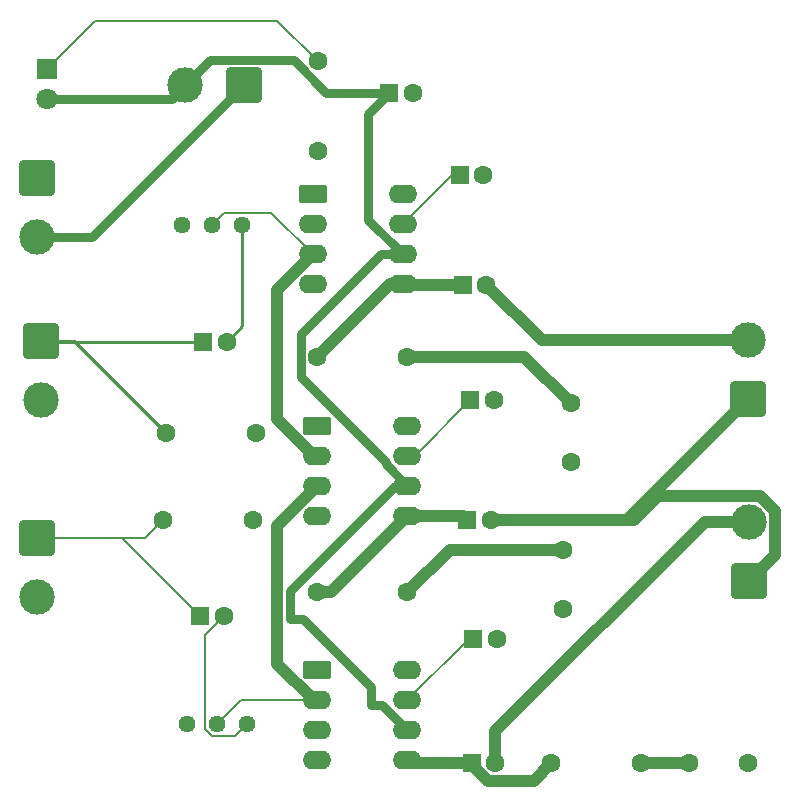
<source format=gbr>
%TF.GenerationSoftware,KiCad,Pcbnew,9.0.6*%
%TF.CreationDate,2025-11-25T16:13:47-08:00*%
%TF.ProjectId,CMPE 110 Lab Project,434d5045-2031-4313-9020-4c6162205072,rev?*%
%TF.SameCoordinates,Original*%
%TF.FileFunction,Copper,L1,Top*%
%TF.FilePolarity,Positive*%
%FSLAX46Y46*%
G04 Gerber Fmt 4.6, Leading zero omitted, Abs format (unit mm)*
G04 Created by KiCad (PCBNEW 9.0.6) date 2025-11-25 16:13:47*
%MOMM*%
%LPD*%
G01*
G04 APERTURE LIST*
G04 Aperture macros list*
%AMRoundRect*
0 Rectangle with rounded corners*
0 $1 Rounding radius*
0 $2 $3 $4 $5 $6 $7 $8 $9 X,Y pos of 4 corners*
0 Add a 4 corners polygon primitive as box body*
4,1,4,$2,$3,$4,$5,$6,$7,$8,$9,$2,$3,0*
0 Add four circle primitives for the rounded corners*
1,1,$1+$1,$2,$3*
1,1,$1+$1,$4,$5*
1,1,$1+$1,$6,$7*
1,1,$1+$1,$8,$9*
0 Add four rect primitives between the rounded corners*
20,1,$1+$1,$2,$3,$4,$5,0*
20,1,$1+$1,$4,$5,$6,$7,0*
20,1,$1+$1,$6,$7,$8,$9,0*
20,1,$1+$1,$8,$9,$2,$3,0*%
G04 Aperture macros list end*
%TA.AperFunction,ComponentPad*%
%ADD10C,1.600000*%
%TD*%
%TA.AperFunction,ComponentPad*%
%ADD11RoundRect,0.250000X-0.950000X-0.550000X0.950000X-0.550000X0.950000X0.550000X-0.950000X0.550000X0*%
%TD*%
%TA.AperFunction,ComponentPad*%
%ADD12O,2.400000X1.600000*%
%TD*%
%TA.AperFunction,ComponentPad*%
%ADD13RoundRect,0.250000X-0.550000X-0.550000X0.550000X-0.550000X0.550000X0.550000X-0.550000X0.550000X0*%
%TD*%
%TA.AperFunction,ComponentPad*%
%ADD14C,1.800000*%
%TD*%
%TA.AperFunction,ComponentPad*%
%ADD15R,1.800000X1.800000*%
%TD*%
%TA.AperFunction,ComponentPad*%
%ADD16RoundRect,0.249999X-1.250001X1.250001X-1.250001X-1.250001X1.250001X-1.250001X1.250001X1.250001X0*%
%TD*%
%TA.AperFunction,ComponentPad*%
%ADD17C,3.000000*%
%TD*%
%TA.AperFunction,ComponentPad*%
%ADD18RoundRect,0.249999X1.250001X1.250001X-1.250001X1.250001X-1.250001X-1.250001X1.250001X-1.250001X0*%
%TD*%
%TA.AperFunction,ComponentPad*%
%ADD19C,1.440000*%
%TD*%
%TA.AperFunction,ComponentPad*%
%ADD20RoundRect,0.249999X1.250001X-1.250001X1.250001X1.250001X-1.250001X1.250001X-1.250001X-1.250001X0*%
%TD*%
%TA.AperFunction,Conductor*%
%ADD21C,0.800000*%
%TD*%
%TA.AperFunction,Conductor*%
%ADD22C,1.000000*%
%TD*%
%TA.AperFunction,Conductor*%
%ADD23C,0.200000*%
%TD*%
%TA.AperFunction,Conductor*%
%ADD24C,0.250000*%
%TD*%
G04 APERTURE END LIST*
D10*
%TO.P,C10,1*%
%TO.N,Net-(C10-Pad1)*%
X165862000Y-95250000D03*
%TO.P,C10,2*%
%TO.N,GND*%
X170862000Y-95250000D03*
%TD*%
D11*
%TO.P,U2,1,GAIN*%
%TO.N,unconnected-(U2-GAIN-Pad1)*%
X134366000Y-66675000D03*
D12*
%TO.P,U2,2,-*%
%TO.N,Net-(U1-+)*%
X134366000Y-69215000D03*
%TO.P,U2,3,+*%
%TO.N,Net-(U2-+)*%
X134366000Y-71755000D03*
%TO.P,U2,4,GND*%
%TO.N,GND*%
X134366000Y-74295000D03*
%TO.P,U2,5*%
%TO.N,Net-(C7-Pad1)*%
X141986000Y-74295000D03*
%TO.P,U2,6,V+*%
%TO.N,Net-(D1-A)*%
X141986000Y-71755000D03*
%TO.P,U2,7,BYPASS*%
%TO.N,Net-(U2-BYPASS)*%
X141986000Y-69215000D03*
%TO.P,U2,8,GAIN*%
%TO.N,unconnected-(U2-GAIN-Pad8)*%
X141986000Y-66675000D03*
%TD*%
D10*
%TO.P,R2,2*%
%TO.N,Net-(C3-Pad1)*%
X141986000Y-60833000D03*
%TO.P,R2,1*%
%TO.N,Net-(C4-Pad1)*%
X134366000Y-60833000D03*
%TD*%
D13*
%TO.P,C12,1*%
%TO.N,Net-(D1-A)*%
X140462000Y-38481000D03*
D10*
%TO.P,C12,2*%
%TO.N,GND*%
X142462000Y-38481000D03*
%TD*%
D14*
%TO.P,D1,2,A*%
%TO.N,Net-(D1-A)*%
X111506000Y-38989000D03*
D15*
%TO.P,D1,1,K*%
%TO.N,Net-(D1-K)*%
X111506000Y-36449000D03*
%TD*%
D10*
%TO.P,R6,1*%
%TO.N,Net-(D1-K)*%
X134415000Y-35814000D03*
%TO.P,R6,2*%
%TO.N,GND*%
X134415000Y-43434000D03*
%TD*%
D13*
%TO.P,CP1,1*%
%TO.N,Net-(Input-Left1-Pin_1)*%
X124714000Y-59563000D03*
D10*
%TO.P,CP1,2*%
%TO.N,Net-(CP1-Pad2)*%
X126714000Y-59563000D03*
%TD*%
%TO.P,R3,1*%
%TO.N,Net-(Input_Right1-Pin_1)*%
X121285000Y-74681000D03*
%TO.P,R3,2*%
%TO.N,GND*%
X128905000Y-74681000D03*
%TD*%
D13*
%TO.P,C8,1*%
%TO.N,Net-(Input_Right1-Pin_1)*%
X124460000Y-82809000D03*
D10*
%TO.P,C8,2*%
%TO.N,Net-(C8-Pad2)*%
X126460000Y-82809000D03*
%TD*%
%TO.P,R1,2*%
%TO.N,GND*%
X129159000Y-67310000D03*
%TO.P,R1,1*%
%TO.N,Net-(Input-Left1-Pin_1)*%
X121539000Y-67310000D03*
%TD*%
D16*
%TO.P,Input-Left1,1,Pin_1*%
%TO.N,Net-(Input-Left1-Pin_1)*%
X110998000Y-59516000D03*
D17*
%TO.P,Input-Left1,2,Pin_2*%
%TO.N,GND*%
X110998000Y-64516000D03*
%TD*%
%TO.P,SW1,2,B*%
%TO.N,Net-(D1-A)*%
X123190000Y-37846000D03*
D18*
%TO.P,SW1,1,A*%
%TO.N,Net-(9V-External1-Pin_2)*%
X128190000Y-37846000D03*
%TD*%
D17*
%TO.P,9V-External1,2,Pin_2*%
%TO.N,Net-(9V-External1-Pin_2)*%
X110617000Y-50720000D03*
D16*
%TO.P,9V-External1,1,Pin_1*%
%TO.N,GND*%
X110617000Y-45720000D03*
%TD*%
D17*
%TO.P,Input_Right1,2,Pin_2*%
%TO.N,GND*%
X110617000Y-81200000D03*
D16*
%TO.P,Input_Right1,1,Pin_1*%
%TO.N,Net-(Input_Right1-Pin_1)*%
X110617000Y-76200000D03*
%TD*%
D10*
%TO.P,C5,2*%
%TO.N,GND*%
X149320000Y-64516000D03*
D13*
%TO.P,C5,1*%
%TO.N,Net-(U2-BYPASS)*%
X147320000Y-64516000D03*
%TD*%
D10*
%TO.P,C7,2*%
%TO.N,Net-(Left-Speaker1-Pin_1)*%
X149066000Y-74676000D03*
D13*
%TO.P,C7,1*%
%TO.N,Net-(C7-Pad1)*%
X147066000Y-74676000D03*
%TD*%
D10*
%TO.P,C6,2*%
%TO.N,GND*%
X155194000Y-82169000D03*
%TO.P,C6,1*%
%TO.N,Net-(C6-Pad1)*%
X155194000Y-77169000D03*
%TD*%
%TO.P,C9,2*%
%TO.N,GND*%
X149574000Y-84709000D03*
D13*
%TO.P,C9,1*%
%TO.N,Net-(U3-BYPASS)*%
X147574000Y-84709000D03*
%TD*%
D10*
%TO.P,C2,2*%
%TO.N,GND*%
X148431000Y-45466000D03*
D13*
%TO.P,C2,1*%
%TO.N,Net-(U1-BYPASS)*%
X146431000Y-45466000D03*
%TD*%
D19*
%TO.P,RV2,3,3*%
%TO.N,GND*%
X123317000Y-91948000D03*
%TO.P,RV2,2,2*%
%TO.N,Net-(U2-+)*%
X125857000Y-91948000D03*
%TO.P,RV2,1,1*%
%TO.N,Net-(C8-Pad2)*%
X128397000Y-91948000D03*
%TD*%
D12*
%TO.P,U1,8,GAIN*%
%TO.N,unconnected-(U1-GAIN-Pad8)*%
X141605000Y-47094000D03*
%TO.P,U1,7,BYPASS*%
%TO.N,Net-(U1-BYPASS)*%
X141605000Y-49634000D03*
%TO.P,U1,6,V+*%
%TO.N,Net-(D1-A)*%
X141605000Y-52174000D03*
%TO.P,U1,5*%
%TO.N,Net-(C4-Pad1)*%
X141605000Y-54714000D03*
%TO.P,U1,4,GND*%
%TO.N,GND*%
X133985000Y-54714000D03*
%TO.P,U1,3,+*%
%TO.N,Net-(U1-+)*%
X133985000Y-52174000D03*
%TO.P,U1,2,-*%
%TO.N,GND*%
X133985000Y-49634000D03*
D11*
%TO.P,U1,1,GAIN*%
%TO.N,unconnected-(U1-GAIN-Pad1)*%
X133985000Y-47094000D03*
%TD*%
D10*
%TO.P,C11,2*%
%TO.N,Net-(Right-Speaker1-Pin_2)*%
X149447000Y-95250000D03*
D13*
%TO.P,C11,1*%
%TO.N,Net-(C11-Pad1)*%
X147447000Y-95250000D03*
%TD*%
D10*
%TO.P,C3,2*%
%TO.N,GND*%
X155829000Y-69770000D03*
%TO.P,C3,1*%
%TO.N,Net-(C3-Pad1)*%
X155829000Y-64770000D03*
%TD*%
%TO.P,C4,2*%
%TO.N,Net-(Left-Speaker1-Pin_2)*%
X148685000Y-54737000D03*
D13*
%TO.P,C4,1*%
%TO.N,Net-(C4-Pad1)*%
X146685000Y-54737000D03*
%TD*%
D17*
%TO.P,Left-Speaker1,2,Pin_2*%
%TO.N,Net-(Left-Speaker1-Pin_2)*%
X170815000Y-59436000D03*
D20*
%TO.P,Left-Speaker1,1,Pin_1*%
%TO.N,Net-(Left-Speaker1-Pin_1)*%
X170815000Y-64436000D03*
%TD*%
D10*
%TO.P,R4,2*%
%TO.N,Net-(C10-Pad1)*%
X161798000Y-95250000D03*
%TO.P,R4,1*%
%TO.N,Net-(C11-Pad1)*%
X154178000Y-95250000D03*
%TD*%
%TO.P,R5,2*%
%TO.N,Net-(C6-Pad1)*%
X141986000Y-80772000D03*
%TO.P,R5,1*%
%TO.N,Net-(C7-Pad1)*%
X134366000Y-80772000D03*
%TD*%
D17*
%TO.P,Right-Speaker1,2,Pin_2*%
%TO.N,Net-(Right-Speaker1-Pin_2)*%
X170942000Y-74803000D03*
D20*
%TO.P,Right-Speaker1,1,Pin_1*%
%TO.N,Net-(Left-Speaker1-Pin_1)*%
X170942000Y-79803000D03*
%TD*%
D19*
%TO.P,RV1,3,3*%
%TO.N,GND*%
X122936000Y-49652000D03*
%TO.P,RV1,2,2*%
%TO.N,Net-(U1-+)*%
X125476000Y-49652000D03*
%TO.P,RV1,1,1*%
%TO.N,Net-(CP1-Pad2)*%
X128016000Y-49652000D03*
%TD*%
D12*
%TO.P,U3,8,GAIN*%
%TO.N,unconnected-(U3-GAIN-Pad8)*%
X141986000Y-87376000D03*
%TO.P,U3,7,BYPASS*%
%TO.N,Net-(U3-BYPASS)*%
X141986000Y-89916000D03*
%TO.P,U3,6,V+*%
%TO.N,Net-(D1-A)*%
X141986000Y-92456000D03*
%TO.P,U3,5*%
%TO.N,Net-(C11-Pad1)*%
X141986000Y-94996000D03*
%TO.P,U3,4,GND*%
%TO.N,GND*%
X134366000Y-94996000D03*
%TO.P,U3,3,+*%
X134366000Y-92456000D03*
%TO.P,U3,2,-*%
%TO.N,Net-(U2-+)*%
X134366000Y-89916000D03*
D11*
%TO.P,U3,1,GAIN*%
%TO.N,unconnected-(U3-GAIN-Pad1)*%
X134366000Y-87376000D03*
%TD*%
D21*
%TO.N,Net-(D1-A)*%
X139723000Y-52174000D02*
X132965000Y-58932000D01*
X132965000Y-62563576D02*
X140185000Y-69783576D01*
X132965000Y-58932000D02*
X132965000Y-62563576D01*
X140185000Y-69954000D02*
X141986000Y-71755000D01*
X140185000Y-69783576D02*
X140185000Y-69954000D01*
X123190000Y-37846000D02*
X125291000Y-35745000D01*
X132364686Y-35745000D02*
X135100686Y-38481000D01*
X125291000Y-35745000D02*
X132364686Y-35745000D01*
X135100686Y-38481000D02*
X140462000Y-38481000D01*
D22*
%TO.N,Net-(C3-Pad1)*%
X141986000Y-60833000D02*
X151892000Y-60833000D01*
X151892000Y-60833000D02*
X155829000Y-64770000D01*
%TO.N,Net-(U2-+)*%
X134366000Y-71755000D02*
X130979000Y-75142000D01*
X130979000Y-75142000D02*
X130979000Y-86840844D01*
X134054156Y-89916000D02*
X134366000Y-89916000D01*
X130979000Y-86840844D02*
X134054156Y-89916000D01*
%TO.N,Net-(U1-+)*%
X133985000Y-52174000D02*
X130979000Y-55180000D01*
X130979000Y-55180000D02*
X130979000Y-66139844D01*
X130979000Y-66139844D02*
X134054156Y-69215000D01*
X134054156Y-69215000D02*
X134366000Y-69215000D01*
X133966000Y-69215000D02*
X134366000Y-69215000D01*
%TO.N,Net-(C10-Pad1)*%
X161798000Y-95250000D02*
X165862000Y-95250000D01*
%TO.N,Net-(C11-Pad1)*%
X147447000Y-95250000D02*
X147447000Y-95372735D01*
X148825265Y-96751000D02*
X152677000Y-96751000D01*
X147447000Y-95372735D02*
X148825265Y-96751000D01*
X152677000Y-96751000D02*
X154178000Y-95250000D01*
D23*
%TO.N,Net-(D1-K)*%
X111506000Y-36449000D02*
X115572500Y-32382500D01*
X115572500Y-32382500D02*
X130983500Y-32382500D01*
X130983500Y-32382500D02*
X134415000Y-35814000D01*
D21*
%TO.N,Net-(D1-A)*%
X123190000Y-37846000D02*
X122047000Y-38989000D01*
X122047000Y-38989000D02*
X111506000Y-38989000D01*
X132080000Y-83058000D02*
X133170951Y-83058000D01*
X133170951Y-83058000D02*
X138938000Y-88825049D01*
D23*
X141986000Y-71755000D02*
X140970000Y-71755000D01*
D21*
X138938000Y-88825049D02*
X138938000Y-90297000D01*
X132080000Y-80645000D02*
X132080000Y-83058000D01*
X140970000Y-71755000D02*
X132080000Y-80645000D01*
X138938000Y-90297000D02*
X139827000Y-90297000D01*
X139827000Y-90297000D02*
X141986000Y-92456000D01*
X141605000Y-52174000D02*
X139723000Y-52174000D01*
X140462000Y-38481000D02*
X138684000Y-40259000D01*
X138684000Y-40259000D02*
X138684000Y-49253000D01*
X138684000Y-49253000D02*
X141605000Y-52174000D01*
D22*
%TO.N,Net-(C6-Pad1)*%
X149860000Y-77169000D02*
X145589000Y-77169000D01*
%TO.N,Net-(C7-Pad1)*%
X135509000Y-80772000D02*
X141986000Y-74295000D01*
%TO.N,Net-(Left-Speaker1-Pin_1)*%
X149066000Y-74676000D02*
X160575000Y-74676000D01*
X160575000Y-74676000D02*
X170815000Y-64436000D01*
X173143000Y-73891315D02*
X173143000Y-77602000D01*
X161163000Y-74676000D02*
X163237000Y-72602000D01*
X163237000Y-72602000D02*
X171853685Y-72602000D01*
X171853685Y-72602000D02*
X173143000Y-73891315D01*
X149066000Y-74676000D02*
X161163000Y-74676000D01*
X173143000Y-77602000D02*
X170942000Y-79803000D01*
D23*
%TO.N,Net-(Input_Right1-Pin_1)*%
X110617000Y-76200000D02*
X117851000Y-76200000D01*
X117851000Y-76200000D02*
X124460000Y-82809000D01*
X110617000Y-76200000D02*
X119766000Y-76200000D01*
X119766000Y-76200000D02*
X121285000Y-74681000D01*
D24*
%TO.N,Net-(Input-Left1-Pin_1)*%
X124714000Y-59563000D02*
X111045000Y-59563000D01*
D23*
X111045000Y-59563000D02*
X110998000Y-59516000D01*
X110998000Y-59516000D02*
X113745000Y-59516000D01*
D24*
X113745000Y-59516000D02*
X121539000Y-67310000D01*
D21*
%TO.N,Net-(9V-External1-Pin_2)*%
X128190000Y-37846000D02*
X115316000Y-50720000D01*
X115316000Y-50720000D02*
X110617000Y-50720000D01*
D23*
%TO.N,Net-(U1-+)*%
X125476000Y-49652000D02*
X126497000Y-48631000D01*
X126497000Y-48631000D02*
X130442000Y-48631000D01*
X130442000Y-48631000D02*
X133985000Y-52174000D01*
D24*
%TO.N,Net-(CP1-Pad2)*%
X128016000Y-49652000D02*
X128016000Y-58261000D01*
X128016000Y-58261000D02*
X126714000Y-59563000D01*
D22*
%TO.N,Net-(C6-Pad1)*%
X155194000Y-77169000D02*
X149860000Y-77169000D01*
X145589000Y-77169000D02*
X141986000Y-80772000D01*
%TO.N,Net-(Left-Speaker1-Pin_2)*%
X170815000Y-59436000D02*
X153384000Y-59436000D01*
X153384000Y-59436000D02*
X148685000Y-54737000D01*
%TO.N,Net-(Right-Speaker1-Pin_2)*%
X149447000Y-95250000D02*
X149447000Y-92515838D01*
X149447000Y-92515838D02*
X167159838Y-74803000D01*
X167159838Y-74803000D02*
X170942000Y-74803000D01*
%TO.N,Net-(C11-Pad1)*%
X147447000Y-95250000D02*
X142240000Y-95250000D01*
D23*
X142240000Y-95250000D02*
X141986000Y-94996000D01*
%TO.N,Net-(U3-BYPASS)*%
X147574000Y-84709000D02*
X147193000Y-84709000D01*
X147193000Y-84709000D02*
X141986000Y-89916000D01*
D22*
%TO.N,Net-(C7-Pad1)*%
X141986000Y-74295000D02*
X146685000Y-74295000D01*
D23*
X146685000Y-74295000D02*
X147066000Y-74676000D01*
D22*
X134366000Y-80772000D02*
X135509000Y-80772000D01*
D23*
%TO.N,Net-(U2-BYPASS)*%
X141986000Y-69215000D02*
X142621000Y-69215000D01*
X142621000Y-69215000D02*
X147320000Y-64516000D01*
D22*
%TO.N,Net-(C4-Pad1)*%
X141605000Y-54714000D02*
X140485000Y-54714000D01*
X140485000Y-54714000D02*
X134366000Y-60833000D01*
X146685000Y-54737000D02*
X141628000Y-54737000D01*
D23*
X141628000Y-54737000D02*
X141605000Y-54714000D01*
%TO.N,Net-(U1-BYPASS)*%
X146431000Y-45466000D02*
X145773000Y-45466000D01*
X145773000Y-45466000D02*
X141605000Y-49634000D01*
%TO.N,Net-(U2-+)*%
X127889000Y-89916000D02*
X134366000Y-89916000D01*
X125857000Y-91948000D02*
X127889000Y-89916000D01*
%TO.N,Net-(C8-Pad2)*%
X124836000Y-92370913D02*
X124836000Y-84433000D01*
X125434087Y-92969000D02*
X124836000Y-92370913D01*
X124836000Y-84433000D02*
X126460000Y-82809000D01*
X127376000Y-92969000D02*
X125434087Y-92969000D01*
X128397000Y-91948000D02*
X127376000Y-92969000D01*
%TD*%
M02*

</source>
